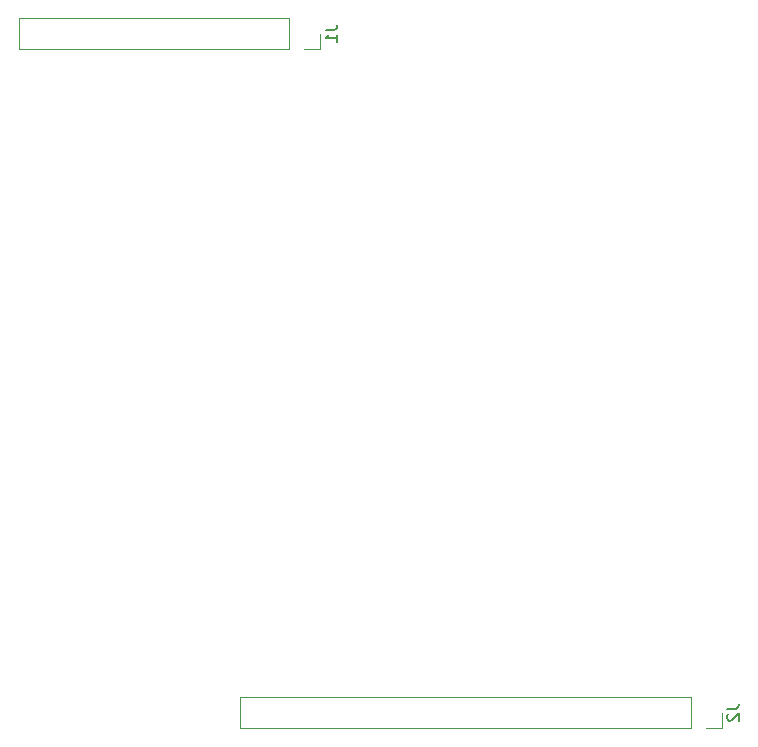
<source format=gbo>
G04 #@! TF.GenerationSoftware,KiCad,Pcbnew,(5.1.2)-1*
G04 #@! TF.CreationDate,2021-04-14T18:59:21-07:00*
G04 #@! TF.ProjectId,kicad-control-board,6b696361-642d-4636-9f6e-74726f6c2d62,rev?*
G04 #@! TF.SameCoordinates,Original*
G04 #@! TF.FileFunction,Legend,Bot*
G04 #@! TF.FilePolarity,Positive*
%FSLAX46Y46*%
G04 Gerber Fmt 4.6, Leading zero omitted, Abs format (unit mm)*
G04 Created by KiCad (PCBNEW (5.1.2)-1) date 2021-04-14 18:59:21*
%MOMM*%
%LPD*%
G04 APERTURE LIST*
%ADD10C,0.120000*%
%ADD11C,0.150000*%
G04 APERTURE END LIST*
D10*
X59070000Y-104830000D02*
X59070000Y-102170000D01*
X97230000Y-104830000D02*
X59070000Y-104830000D01*
X97230000Y-102170000D02*
X59070000Y-102170000D01*
X97230000Y-104830000D02*
X97230000Y-102170000D01*
X98500000Y-104830000D02*
X99830000Y-104830000D01*
X99830000Y-104830000D02*
X99830000Y-103500000D01*
X40310000Y-47330000D02*
X40310000Y-44670000D01*
X63230000Y-47330000D02*
X40310000Y-47330000D01*
X63230000Y-44670000D02*
X40310000Y-44670000D01*
X63230000Y-47330000D02*
X63230000Y-44670000D01*
X64500000Y-47330000D02*
X65830000Y-47330000D01*
X65830000Y-47330000D02*
X65830000Y-46000000D01*
D11*
X100282380Y-103166666D02*
X100996666Y-103166666D01*
X101139523Y-103119047D01*
X101234761Y-103023809D01*
X101282380Y-102880952D01*
X101282380Y-102785714D01*
X100377619Y-103595238D02*
X100330000Y-103642857D01*
X100282380Y-103738095D01*
X100282380Y-103976190D01*
X100330000Y-104071428D01*
X100377619Y-104119047D01*
X100472857Y-104166666D01*
X100568095Y-104166666D01*
X100710952Y-104119047D01*
X101282380Y-103547619D01*
X101282380Y-104166666D01*
X66282380Y-45666666D02*
X66996666Y-45666666D01*
X67139523Y-45619047D01*
X67234761Y-45523809D01*
X67282380Y-45380952D01*
X67282380Y-45285714D01*
X67282380Y-46666666D02*
X67282380Y-46095238D01*
X67282380Y-46380952D02*
X66282380Y-46380952D01*
X66425238Y-46285714D01*
X66520476Y-46190476D01*
X66568095Y-46095238D01*
M02*

</source>
